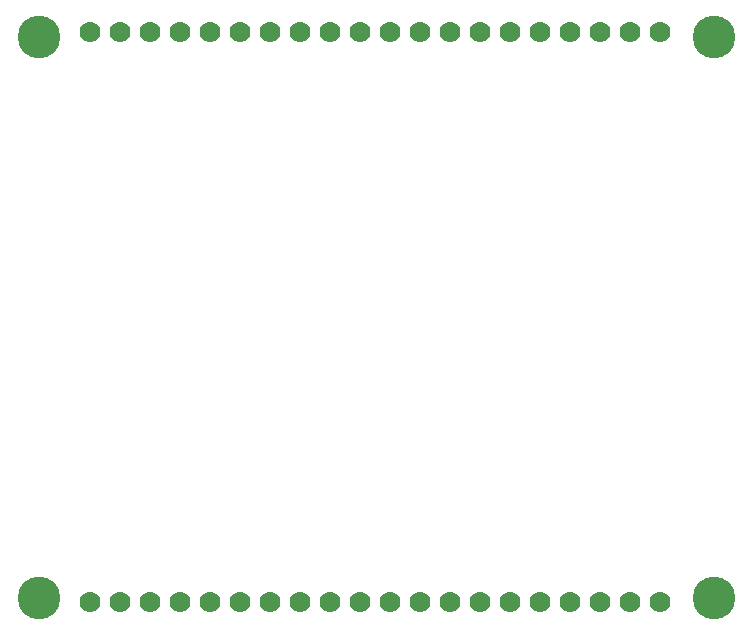
<source format=gbr>
G04 EAGLE Gerber RS-274X export*
G75*
%MOMM*%
%FSLAX34Y34*%
%LPD*%
%INSoldermask Bottom*%
%IPPOS*%
%AMOC8*
5,1,8,0,0,1.08239X$1,22.5*%
G01*
%ADD10C,3.617600*%
%ADD11C,1.778000*%


D10*
X25400Y25400D03*
X596900Y25400D03*
X25400Y500380D03*
X596900Y500380D03*
D11*
X551180Y21590D03*
X525780Y21590D03*
X500380Y21590D03*
X474980Y21590D03*
X449580Y21590D03*
X424180Y21590D03*
X398780Y21590D03*
X373380Y21590D03*
X347980Y21590D03*
X322580Y21590D03*
X297180Y21590D03*
X271780Y21590D03*
X246380Y21590D03*
X220980Y21590D03*
X195580Y21590D03*
X170180Y21590D03*
X144780Y21590D03*
X119380Y21590D03*
X93980Y21590D03*
X68580Y21590D03*
X551180Y504190D03*
X525780Y504190D03*
X500380Y504190D03*
X474980Y504190D03*
X449580Y504190D03*
X424180Y504190D03*
X398780Y504190D03*
X373380Y504190D03*
X347980Y504190D03*
X322580Y504190D03*
X297180Y504190D03*
X271780Y504190D03*
X246380Y504190D03*
X220980Y504190D03*
X195580Y504190D03*
X170180Y504190D03*
X144780Y504190D03*
X119380Y504190D03*
X93980Y504190D03*
X68580Y504190D03*
M02*

</source>
